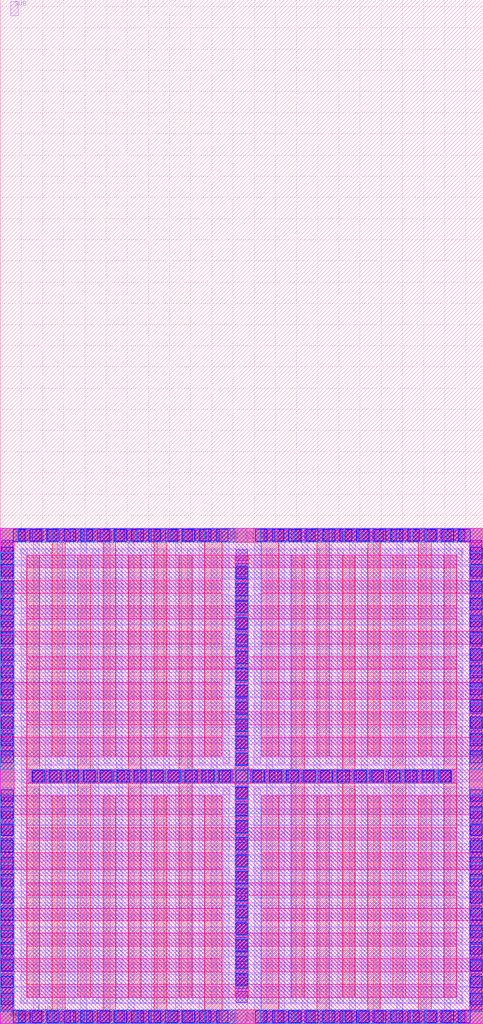
<source format=lef>
# Copyright 2020 The SkyWater PDK Authors
#
# Licensed under the Apache License, Version 2.0 (the "License");
# you may not use this file except in compliance with the License.
# You may obtain a copy of the License at
#
#     https://www.apache.org/licenses/LICENSE-2.0
#
# Unless required by applicable law or agreed to in writing, software
# distributed under the License is distributed on an "AS IS" BASIS,
# WITHOUT WARRANTIES OR CONDITIONS OF ANY KIND, either express or implied.
# See the License for the specific language governing permissions and
# limitations under the License.
#
# SPDX-License-Identifier: Apache-2.0

VERSION 5.7 ;
  NOWIREEXTENSIONATPIN ON ;
  DIVIDERCHAR "/" ;
  BUSBITCHARS "[]" ;
MACRO sky130_fd_pr__cap_vpp_11p5x11p7_l1m1m2m3m4_shieldpom5_x6
  CLASS BLOCK ;
  FOREIGN sky130_fd_pr__cap_vpp_11p5x11p7_l1m1m2m3m4_shieldpom5_x6 ;
  ORIGIN  0.000000  0.000000 ;
  SIZE  11.41000 BY  24.16000 ;
  PIN C0
    PORT
      LAYER met4 ;
        RECT  0.000000  0.000000 11.410000  0.330000 ;
        RECT  0.000000  0.330000  0.330000  1.230000 ;
        RECT  0.000000  1.230000  5.240000  1.530000 ;
        RECT  0.000000  1.530000  0.330000  2.430000 ;
        RECT  0.000000  2.430000  5.240000  2.730000 ;
        RECT  0.000000  2.730000  0.330000  3.630000 ;
        RECT  0.000000  3.630000  5.240000  4.030000 ;
        RECT  0.000000  4.030000  0.330000  4.930000 ;
        RECT  0.000000  4.930000  5.240000  5.380000 ;
        RECT  0.000000  5.380000  0.330000  6.310000 ;
        RECT  0.000000  6.310000  5.240000  6.760000 ;
        RECT  0.000000  6.760000  0.330000  7.660000 ;
        RECT  0.000000  7.660000  5.240000  8.060000 ;
        RECT  0.000000  8.060000  0.330000  8.960000 ;
        RECT  0.000000  8.960000  5.240000  9.260000 ;
        RECT  0.000000  9.260000  0.330000 10.160000 ;
        RECT  0.000000 10.160000  5.240000 10.460000 ;
        RECT  0.000000 10.460000  0.330000 11.360000 ;
        RECT  0.000000 11.360000 11.410000 11.690000 ;
        RECT  6.170000  1.230000 11.410000  1.530000 ;
        RECT  6.170000  2.430000 11.410000  2.730000 ;
        RECT  6.170000  3.630000 11.410000  4.030000 ;
        RECT  6.170000  4.930000 11.410000  5.380000 ;
        RECT  6.170000  6.310000 11.410000  6.760000 ;
        RECT  6.170000  7.660000 11.410000  8.060000 ;
        RECT  6.170000  8.960000 11.410000  9.260000 ;
        RECT  6.170000 10.160000 11.410000 10.460000 ;
        RECT 11.080000  0.330000 11.410000  1.230000 ;
        RECT 11.080000  1.530000 11.410000  2.430000 ;
        RECT 11.080000  2.730000 11.410000  3.630000 ;
        RECT 11.080000  4.030000 11.410000  4.930000 ;
        RECT 11.080000  5.380000 11.410000  6.310000 ;
        RECT 11.080000  6.760000 11.410000  7.660000 ;
        RECT 11.080000  8.060000 11.410000  8.960000 ;
        RECT 11.080000  9.260000 11.410000 10.160000 ;
        RECT 11.080000 10.460000 11.410000 11.360000 ;
    END
  END C0
  PIN C1
    PORT
      LAYER met4 ;
        RECT 0.630000  0.630000 10.780000  0.930000 ;
        RECT 0.630000  1.830000 10.780000  2.130000 ;
        RECT 0.630000  3.030000 10.780000  3.330000 ;
        RECT 0.630000  4.330000 10.780000  4.630000 ;
        RECT 0.630000  5.680000 10.780000  6.010000 ;
        RECT 0.630000  7.060000 10.780000  7.360000 ;
        RECT 0.630000  8.360000 10.780000  8.660000 ;
        RECT 0.630000  9.560000 10.780000  9.860000 ;
        RECT 0.630000 10.760000 10.780000 11.060000 ;
        RECT 5.540000  0.930000  5.870000  1.830000 ;
        RECT 5.540000  2.130000  5.870000  3.030000 ;
        RECT 5.540000  3.330000  5.870000  4.330000 ;
        RECT 5.540000  4.630000  5.870000  5.680000 ;
        RECT 5.540000  6.010000  5.870000  7.060000 ;
        RECT 5.540000  7.360000  5.870000  8.360000 ;
        RECT 5.540000  8.660000  5.870000  9.560000 ;
        RECT 5.540000  9.860000  5.870000 10.760000 ;
    END
  END C1
  PIN M5A
    PORT
      LAYER met5 ;
        RECT 0.000000 0.000000 11.410000 11.690000 ;
    END
  END M5A
  PIN SUB
    ANTENNADIFFAREA  0.168100 ;
    PORT
      LAYER li1 ;
        RECT 0.250000 23.790000 0.420000 24.120000 ;
    END
  END SUB
  OBS
    LAYER li1 ;
      RECT  0.000000  0.000000 11.410000  0.330000 ;
      RECT  0.000000  0.330000  0.330000  0.860000 ;
      RECT  0.000000  0.860000  5.400000  1.030000 ;
      RECT  0.000000  1.030000  0.330000  1.560000 ;
      RECT  0.000000  1.560000  5.400000  1.730000 ;
      RECT  0.000000  1.730000  0.330000  2.260000 ;
      RECT  0.000000  2.260000  5.400000  2.430000 ;
      RECT  0.000000  2.430000  0.330000  2.960000 ;
      RECT  0.000000  2.960000  5.400000  3.130000 ;
      RECT  0.000000  3.130000  0.330000  3.660000 ;
      RECT  0.000000  3.660000  5.400000  3.830000 ;
      RECT  0.000000  3.830000  0.330000  4.360000 ;
      RECT  0.000000  4.360000  5.400000  4.530000 ;
      RECT  0.000000  4.530000  0.330000  5.060000 ;
      RECT  0.000000  5.060000  5.400000  5.230000 ;
      RECT  0.000000  5.230000  0.330000  5.760000 ;
      RECT  0.000000  5.760000  5.400000  5.930000 ;
      RECT  0.000000  5.930000  0.330000  6.460000 ;
      RECT  0.000000  6.460000  5.400000  6.630000 ;
      RECT  0.000000  6.630000  0.330000  7.150000 ;
      RECT  0.000000  7.150000  5.400000  7.330000 ;
      RECT  0.000000  7.330000  0.330000  7.860000 ;
      RECT  0.000000  7.860000  5.400000  8.030000 ;
      RECT  0.000000  8.030000  0.330000  8.560000 ;
      RECT  0.000000  8.560000  5.400000  8.730000 ;
      RECT  0.000000  8.730000  0.330000  9.260000 ;
      RECT  0.000000  9.260000  5.400000  9.430000 ;
      RECT  0.000000  9.430000  0.330000  9.960000 ;
      RECT  0.000000  9.960000  5.400000 10.130000 ;
      RECT  0.000000 10.130000  0.330000 10.660000 ;
      RECT  0.000000 10.660000  5.400000 10.830000 ;
      RECT  0.000000 10.830000  0.330000 11.360000 ;
      RECT  0.000000 11.360000 11.410000 11.690000 ;
      RECT  0.500000  0.500000 10.905000  0.690000 ;
      RECT  0.500000  1.200000 10.905000  1.390000 ;
      RECT  0.500000  1.900000 10.905000  2.090000 ;
      RECT  0.500000  2.600000 10.905000  2.790000 ;
      RECT  0.500000  3.300000 10.905000  3.490000 ;
      RECT  0.500000  4.000000 10.905000  4.190000 ;
      RECT  0.500000  4.700000 10.905000  4.890000 ;
      RECT  0.500000  5.400000 10.905000  5.590000 ;
      RECT  0.500000  6.100000 10.905000  6.290000 ;
      RECT  0.500000  6.800000 10.905000  6.980000 ;
      RECT  0.500000  7.500000 10.905000  7.690000 ;
      RECT  0.500000  8.200000 10.905000  8.390000 ;
      RECT  0.500000  8.900000 10.905000  9.090000 ;
      RECT  0.500000  9.600000 10.905000  9.790000 ;
      RECT  0.500000 10.300000 10.905000 10.490000 ;
      RECT  0.500000 11.000000 10.905000 11.190000 ;
      RECT  5.570000  0.690000  5.840000  1.200000 ;
      RECT  5.570000  1.390000  5.840000  1.900000 ;
      RECT  5.570000  2.090000  5.840000  2.600000 ;
      RECT  5.570000  2.790000  5.840000  3.300000 ;
      RECT  5.570000  3.490000  5.840000  4.000000 ;
      RECT  5.570000  4.190000  5.840000  4.700000 ;
      RECT  5.570000  4.890000  5.840000  5.400000 ;
      RECT  5.570000  5.590000  5.840000  6.100000 ;
      RECT  5.570000  6.290000  5.840000  6.800000 ;
      RECT  5.570000  6.980000 10.905000  6.990000 ;
      RECT  5.570000  6.990000  5.840000  7.500000 ;
      RECT  5.570000  7.690000  5.840000  8.200000 ;
      RECT  5.570000  8.390000  5.840000  8.900000 ;
      RECT  5.570000  9.090000  5.840000  9.600000 ;
      RECT  5.570000  9.790000  5.840000 10.300000 ;
      RECT  5.570000 10.490000  5.840000 11.000000 ;
      RECT  6.010000  0.860000 11.410000  1.030000 ;
      RECT  6.010000  1.560000 11.410000  1.730000 ;
      RECT  6.010000  2.260000 11.410000  2.430000 ;
      RECT  6.010000  2.960000 11.410000  3.130000 ;
      RECT  6.010000  3.660000 11.410000  3.830000 ;
      RECT  6.010000  4.360000 11.410000  4.530000 ;
      RECT  6.010000  5.060000 11.410000  5.230000 ;
      RECT  6.010000  5.760000 11.410000  5.930000 ;
      RECT  6.010000  6.460000 11.410000  6.630000 ;
      RECT  6.010000  7.160000 11.410000  7.330000 ;
      RECT  6.010000  7.860000 11.410000  8.030000 ;
      RECT  6.010000  8.560000 11.410000  8.730000 ;
      RECT  6.010000  9.260000 11.410000  9.430000 ;
      RECT  6.010000  9.960000 11.410000 10.130000 ;
      RECT  6.010000 10.660000 11.410000 10.830000 ;
      RECT 11.080000  0.330000 11.410000  0.860000 ;
      RECT 11.080000  1.030000 11.410000  1.560000 ;
      RECT 11.080000  1.730000 11.410000  2.260000 ;
      RECT 11.080000  2.430000 11.410000  2.960000 ;
      RECT 11.080000  3.130000 11.410000  3.660000 ;
      RECT 11.080000  3.830000 11.410000  4.360000 ;
      RECT 11.080000  4.530000 11.410000  5.060000 ;
      RECT 11.080000  5.230000 11.410000  5.760000 ;
      RECT 11.080000  5.930000 11.410000  6.460000 ;
      RECT 11.080000  6.630000 11.410000  7.160000 ;
      RECT 11.080000  7.330000 11.410000  7.860000 ;
      RECT 11.080000  8.030000 11.410000  8.560000 ;
      RECT 11.080000  8.730000 11.410000  9.260000 ;
      RECT 11.080000  9.430000 11.410000  9.960000 ;
      RECT 11.080000 10.130000 11.410000 10.660000 ;
      RECT 11.080000 10.830000 11.410000 11.360000 ;
    LAYER mcon ;
      RECT  0.080000  0.580000  0.250000  0.750000 ;
      RECT  0.080000  0.940000  0.250000  1.110000 ;
      RECT  0.080000  1.300000  0.250000  1.470000 ;
      RECT  0.080000  1.660000  0.250000  1.830000 ;
      RECT  0.080000  2.020000  0.250000  2.190000 ;
      RECT  0.080000  2.380000  0.250000  2.550000 ;
      RECT  0.080000  2.740000  0.250000  2.910000 ;
      RECT  0.080000  3.100000  0.250000  3.270000 ;
      RECT  0.080000  3.460000  0.250000  3.630000 ;
      RECT  0.080000  3.820000  0.250000  3.990000 ;
      RECT  0.080000  4.180000  0.250000  4.350000 ;
      RECT  0.080000  4.540000  0.250000  4.710000 ;
      RECT  0.080000  4.900000  0.250000  5.070000 ;
      RECT  0.080000  5.260000  0.250000  5.430000 ;
      RECT  0.080000  6.260000  0.250000  6.430000 ;
      RECT  0.080000  6.620000  0.250000  6.790000 ;
      RECT  0.080000  6.980000  0.250000  7.150000 ;
      RECT  0.080000  7.340000  0.250000  7.510000 ;
      RECT  0.080000  7.700000  0.250000  7.870000 ;
      RECT  0.080000  8.060000  0.250000  8.230000 ;
      RECT  0.080000  8.420000  0.250000  8.590000 ;
      RECT  0.080000  8.780000  0.250000  8.950000 ;
      RECT  0.080000  9.140000  0.250000  9.310000 ;
      RECT  0.080000  9.500000  0.250000  9.670000 ;
      RECT  0.080000  9.860000  0.250000 10.030000 ;
      RECT  0.080000 10.220000  0.250000 10.390000 ;
      RECT  0.080000 10.580000  0.250000 10.750000 ;
      RECT  0.080000 10.940000  0.250000 11.110000 ;
      RECT  0.400000  0.080000  0.570000  0.250000 ;
      RECT  0.400000 11.440000  0.570000 11.610000 ;
      RECT  0.760000  0.080000  0.930000  0.250000 ;
      RECT  0.760000 11.440000  0.930000 11.610000 ;
      RECT  1.120000  0.080000  1.290000  0.250000 ;
      RECT  1.120000 11.440000  1.290000 11.610000 ;
      RECT  1.480000  0.080000  1.650000  0.250000 ;
      RECT  1.480000 11.440000  1.650000 11.610000 ;
      RECT  1.840000  0.080000  2.010000  0.250000 ;
      RECT  1.840000 11.440000  2.010000 11.610000 ;
      RECT  2.200000  0.080000  2.370000  0.250000 ;
      RECT  2.200000 11.440000  2.370000 11.610000 ;
      RECT  2.560000  0.080000  2.730000  0.250000 ;
      RECT  2.560000 11.440000  2.730000 11.610000 ;
      RECT  2.920000  0.080000  3.090000  0.250000 ;
      RECT  2.920000 11.440000  3.090000 11.610000 ;
      RECT  3.280000  0.080000  3.450000  0.250000 ;
      RECT  3.280000 11.440000  3.450000 11.610000 ;
      RECT  3.640000  0.080000  3.810000  0.250000 ;
      RECT  3.640000 11.440000  3.810000 11.610000 ;
      RECT  4.000000  0.080000  4.170000  0.250000 ;
      RECT  4.000000 11.440000  4.170000 11.610000 ;
      RECT  4.360000  0.080000  4.530000  0.250000 ;
      RECT  4.360000 11.440000  4.530000 11.610000 ;
      RECT  4.720000  0.080000  4.890000  0.250000 ;
      RECT  4.720000 11.440000  4.890000 11.610000 ;
      RECT  5.080000  0.080000  5.250000  0.250000 ;
      RECT  5.080000 11.440000  5.250000 11.610000 ;
      RECT  5.440000  0.080000  5.610000  0.250000 ;
      RECT  5.440000 11.440000  5.610000 11.610000 ;
      RECT  5.620000  0.590000  5.790000  0.760000 ;
      RECT  5.620000  0.950000  5.790000  1.120000 ;
      RECT  5.620000  1.310000  5.790000  1.480000 ;
      RECT  5.620000  1.670000  5.790000  1.840000 ;
      RECT  5.620000  2.030000  5.790000  2.200000 ;
      RECT  5.620000  2.390000  5.790000  2.560000 ;
      RECT  5.620000  2.750000  5.790000  2.920000 ;
      RECT  5.620000  3.110000  5.790000  3.280000 ;
      RECT  5.620000  3.470000  5.790000  3.640000 ;
      RECT  5.620000  3.830000  5.790000  4.000000 ;
      RECT  5.620000  4.190000  5.790000  4.360000 ;
      RECT  5.620000  4.550000  5.790000  4.720000 ;
      RECT  5.620000  4.910000  5.790000  5.080000 ;
      RECT  5.620000  5.270000  5.790000  5.440000 ;
      RECT  5.620000  6.250000  5.790000  6.420000 ;
      RECT  5.620000  6.610000  5.790000  6.780000 ;
      RECT  5.620000  6.970000  5.790000  7.140000 ;
      RECT  5.620000  7.330000  5.790000  7.500000 ;
      RECT  5.620000  7.690000  5.790000  7.860000 ;
      RECT  5.620000  8.050000  5.790000  8.220000 ;
      RECT  5.620000  8.410000  5.790000  8.580000 ;
      RECT  5.620000  8.770000  5.790000  8.940000 ;
      RECT  5.620000  9.130000  5.790000  9.300000 ;
      RECT  5.620000  9.490000  5.790000  9.660000 ;
      RECT  5.620000  9.850000  5.790000 10.020000 ;
      RECT  5.620000 10.210000  5.790000 10.380000 ;
      RECT  5.620000 10.570000  5.790000 10.740000 ;
      RECT  5.620000 10.930000  5.790000 11.100000 ;
      RECT  5.800000  0.080000  5.970000  0.250000 ;
      RECT  5.800000 11.440000  5.970000 11.610000 ;
      RECT  6.160000  0.080000  6.330000  0.250000 ;
      RECT  6.160000 11.440000  6.330000 11.610000 ;
      RECT  6.520000  0.080000  6.690000  0.250000 ;
      RECT  6.520000 11.440000  6.690000 11.610000 ;
      RECT  6.880000  0.080000  7.050000  0.250000 ;
      RECT  6.880000 11.440000  7.050000 11.610000 ;
      RECT  7.240000  0.080000  7.410000  0.250000 ;
      RECT  7.240000 11.440000  7.410000 11.610000 ;
      RECT  7.600000  0.080000  7.770000  0.250000 ;
      RECT  7.600000 11.440000  7.770000 11.610000 ;
      RECT  7.960000  0.080000  8.130000  0.250000 ;
      RECT  7.960000 11.440000  8.130000 11.610000 ;
      RECT  8.320000  0.080000  8.490000  0.250000 ;
      RECT  8.320000 11.440000  8.490000 11.610000 ;
      RECT  8.680000  0.080000  8.850000  0.250000 ;
      RECT  8.680000 11.440000  8.850000 11.610000 ;
      RECT  9.040000  0.080000  9.210000  0.250000 ;
      RECT  9.040000 11.440000  9.210000 11.610000 ;
      RECT  9.400000  0.080000  9.570000  0.250000 ;
      RECT  9.400000 11.440000  9.570000 11.610000 ;
      RECT  9.760000  0.080000  9.930000  0.250000 ;
      RECT  9.760000 11.440000  9.930000 11.610000 ;
      RECT 10.120000  0.080000 10.290000  0.250000 ;
      RECT 10.120000 11.440000 10.290000 11.610000 ;
      RECT 10.480000  0.080000 10.650000  0.250000 ;
      RECT 10.480000 11.440000 10.650000 11.610000 ;
      RECT 10.840000  0.080000 11.010000  0.250000 ;
      RECT 10.840000 11.440000 11.010000 11.610000 ;
      RECT 11.160000  0.580000 11.330000  0.750000 ;
      RECT 11.160000  0.940000 11.330000  1.110000 ;
      RECT 11.160000  1.300000 11.330000  1.470000 ;
      RECT 11.160000  1.660000 11.330000  1.830000 ;
      RECT 11.160000  2.020000 11.330000  2.190000 ;
      RECT 11.160000  2.380000 11.330000  2.550000 ;
      RECT 11.160000  2.740000 11.330000  2.910000 ;
      RECT 11.160000  3.100000 11.330000  3.270000 ;
      RECT 11.160000  3.460000 11.330000  3.630000 ;
      RECT 11.160000  3.820000 11.330000  3.990000 ;
      RECT 11.160000  4.180000 11.330000  4.350000 ;
      RECT 11.160000  4.540000 11.330000  4.710000 ;
      RECT 11.160000  4.900000 11.330000  5.070000 ;
      RECT 11.160000  5.260000 11.330000  5.430000 ;
      RECT 11.160000  6.260000 11.330000  6.430000 ;
      RECT 11.160000  6.620000 11.330000  6.790000 ;
      RECT 11.160000  6.980000 11.330000  7.150000 ;
      RECT 11.160000  7.340000 11.330000  7.510000 ;
      RECT 11.160000  7.700000 11.330000  7.870000 ;
      RECT 11.160000  8.060000 11.330000  8.230000 ;
      RECT 11.160000  8.420000 11.330000  8.590000 ;
      RECT 11.160000  8.780000 11.330000  8.950000 ;
      RECT 11.160000  9.140000 11.330000  9.310000 ;
      RECT 11.160000  9.500000 11.330000  9.670000 ;
      RECT 11.160000  9.860000 11.330000 10.030000 ;
      RECT 11.160000 10.220000 11.330000 10.390000 ;
      RECT 11.160000 10.580000 11.330000 10.750000 ;
      RECT 11.160000 10.940000 11.330000 11.110000 ;
    LAYER met1 ;
      RECT  0.000000  0.000000 11.410000  0.330000 ;
      RECT  0.000000  0.330000  0.330000 11.360000 ;
      RECT  0.000000 11.360000 11.410000 11.690000 ;
      RECT  0.500000  0.470000  0.640000  5.685000 ;
      RECT  0.500000  5.685000 10.910000  6.005000 ;
      RECT  0.500000  6.005000  0.640000 11.220000 ;
      RECT  0.780000  0.330000  0.920000  5.545000 ;
      RECT  0.780000  6.145000  0.920000 11.360000 ;
      RECT  1.060000  0.470000  1.200000  5.685000 ;
      RECT  1.060000  6.005000  1.200000 11.220000 ;
      RECT  1.340000  0.330000  1.480000  5.545000 ;
      RECT  1.340000  6.145000  1.480000 11.360000 ;
      RECT  1.620000  0.470000  1.760000  5.685000 ;
      RECT  1.620000  6.005000  1.760000 11.220000 ;
      RECT  1.900000  0.330000  2.040000  5.545000 ;
      RECT  1.900000  6.145000  2.040000 11.360000 ;
      RECT  2.180000  0.470000  2.320000  5.685000 ;
      RECT  2.180000  6.005000  2.320000 11.220000 ;
      RECT  2.460000  0.330000  2.600000  5.545000 ;
      RECT  2.460000  6.145000  2.600000 11.360000 ;
      RECT  2.740000  0.470000  2.880000  5.685000 ;
      RECT  2.740000  6.005000  2.880000 11.220000 ;
      RECT  3.020000  0.330000  3.160000  5.545000 ;
      RECT  3.020000  6.145000  3.160000 11.360000 ;
      RECT  3.300000  0.470000  3.440000  5.685000 ;
      RECT  3.300000  6.005000  3.440000 11.220000 ;
      RECT  3.580000  0.330000  3.720000  5.545000 ;
      RECT  3.580000  6.145000  3.720000 11.360000 ;
      RECT  3.860000  0.470000  4.000000  5.685000 ;
      RECT  3.860000  6.005000  4.000000 11.220000 ;
      RECT  4.140000  0.330000  4.280000  5.545000 ;
      RECT  4.140000  6.145000  4.280000 11.360000 ;
      RECT  4.420000  0.470000  4.560000  5.685000 ;
      RECT  4.420000  6.005000  4.560000 11.220000 ;
      RECT  4.700000  0.330000  4.840000  5.545000 ;
      RECT  4.700000  6.145000  4.840000 11.360000 ;
      RECT  4.980000  0.470000  5.120000  5.685000 ;
      RECT  4.980000  6.005000  5.120000 11.220000 ;
      RECT  5.260000  0.330000  5.400000  5.545000 ;
      RECT  5.260000  6.145000  5.400000 11.360000 ;
      RECT  5.570000  0.470000  5.840000  5.685000 ;
      RECT  5.570000  6.005000  5.840000 11.220000 ;
      RECT  6.010000  0.330000  6.150000  5.545000 ;
      RECT  6.010000  6.145000  6.150000 11.360000 ;
      RECT  6.290000  0.470000  6.430000  5.685000 ;
      RECT  6.290000  6.005000  6.430000 11.220000 ;
      RECT  6.570000  0.330000  6.710000  5.545000 ;
      RECT  6.570000  6.145000  6.710000 11.360000 ;
      RECT  6.850000  0.470000  6.990000  5.685000 ;
      RECT  6.850000  6.005000  6.990000 11.220000 ;
      RECT  7.130000  0.330000  7.270000  5.545000 ;
      RECT  7.130000  6.145000  7.270000 11.360000 ;
      RECT  7.410000  0.470000  7.550000  5.685000 ;
      RECT  7.410000  6.005000  7.550000 11.220000 ;
      RECT  7.690000  0.330000  7.830000  5.545000 ;
      RECT  7.690000  6.145000  7.830000 11.360000 ;
      RECT  7.970000  0.470000  8.110000  5.685000 ;
      RECT  7.970000  6.005000  8.110000 11.220000 ;
      RECT  8.250000  0.330000  8.390000  5.545000 ;
      RECT  8.250000  6.145000  8.390000 11.360000 ;
      RECT  8.530000  0.470000  8.670000  5.685000 ;
      RECT  8.530000  6.005000  8.670000 11.220000 ;
      RECT  8.810000  0.330000  8.950000  5.545000 ;
      RECT  8.810000  6.145000  8.950000 11.360000 ;
      RECT  9.090000  0.470000  9.230000  5.685000 ;
      RECT  9.090000  6.005000  9.230000 11.220000 ;
      RECT  9.370000  0.330000  9.510000  5.545000 ;
      RECT  9.370000  6.145000  9.510000 11.360000 ;
      RECT  9.650000  0.470000  9.790000  5.685000 ;
      RECT  9.650000  6.005000  9.790000 11.220000 ;
      RECT  9.930000  0.330000 10.070000  5.545000 ;
      RECT  9.930000  6.145000 10.070000 11.360000 ;
      RECT 10.210000  0.470000 10.350000  5.685000 ;
      RECT 10.210000  6.005000 10.350000 11.220000 ;
      RECT 10.490000  0.330000 10.630000  5.545000 ;
      RECT 10.490000  6.145000 10.630000 11.360000 ;
      RECT 10.770000  0.470000 10.910000  5.685000 ;
      RECT 10.770000  6.005000 10.910000 11.220000 ;
      RECT 11.080000  0.330000 11.410000 11.360000 ;
    LAYER met2 ;
      RECT  0.000000  0.000000  5.430000  0.330000 ;
      RECT  0.000000  0.330000  0.330000  0.750000 ;
      RECT  0.000000  0.750000  5.425000  0.890000 ;
      RECT  0.000000  0.890000  0.330000  1.310000 ;
      RECT  0.000000  1.310000  5.425000  1.450000 ;
      RECT  0.000000  1.450000  0.330000  1.870000 ;
      RECT  0.000000  1.870000  5.425000  2.010000 ;
      RECT  0.000000  2.010000  0.330000  2.430000 ;
      RECT  0.000000  2.430000  5.425000  2.570000 ;
      RECT  0.000000  2.570000  0.330000  2.990000 ;
      RECT  0.000000  2.990000  5.425000  3.130000 ;
      RECT  0.000000  3.130000  0.330000  3.550000 ;
      RECT  0.000000  3.550000  5.425000  3.690000 ;
      RECT  0.000000  3.690000  0.330000  4.110000 ;
      RECT  0.000000  4.110000  5.425000  4.250000 ;
      RECT  0.000000  4.250000  0.330000  4.670000 ;
      RECT  0.000000  4.670000  5.425000  4.810000 ;
      RECT  0.000000  4.810000  0.330000  5.230000 ;
      RECT  0.000000  5.230000  5.425000  5.565000 ;
      RECT  0.000000  5.565000  0.330000  5.570000 ;
      RECT  0.000000  5.710000 11.410000  5.980000 ;
      RECT  0.000000  6.120000  0.330000  6.125000 ;
      RECT  0.000000  6.125000  5.425000  6.460000 ;
      RECT  0.000000  6.460000  0.330000  6.880000 ;
      RECT  0.000000  6.880000  5.425000  7.020000 ;
      RECT  0.000000  7.020000  0.330000  7.440000 ;
      RECT  0.000000  7.440000  5.425000  7.580000 ;
      RECT  0.000000  7.580000  0.330000  8.000000 ;
      RECT  0.000000  8.000000  5.425000  8.140000 ;
      RECT  0.000000  8.140000  0.330000  8.560000 ;
      RECT  0.000000  8.560000  5.425000  8.700000 ;
      RECT  0.000000  8.700000  0.330000  9.120000 ;
      RECT  0.000000  9.120000  5.425000  9.260000 ;
      RECT  0.000000  9.260000  0.330000  9.680000 ;
      RECT  0.000000  9.680000  5.425000  9.820000 ;
      RECT  0.000000  9.820000  0.330000 10.240000 ;
      RECT  0.000000 10.240000  5.425000 10.380000 ;
      RECT  0.000000 10.380000  0.330000 10.800000 ;
      RECT  0.000000 10.800000  5.425000 10.940000 ;
      RECT  0.000000 10.940000  0.330000 11.360000 ;
      RECT  0.000000 11.360000  5.430000 11.690000 ;
      RECT  0.370000  5.705000 11.040000  5.710000 ;
      RECT  0.370000  5.980000 11.040000  5.985000 ;
      RECT  0.470000  0.470000 10.940000  0.610000 ;
      RECT  0.470000  1.030000 10.940000  1.170000 ;
      RECT  0.470000  1.590000 10.940000  1.730000 ;
      RECT  0.470000  2.150000 10.940000  2.290000 ;
      RECT  0.470000  2.710000 10.940000  2.850000 ;
      RECT  0.470000  3.270000 10.940000  3.410000 ;
      RECT  0.470000  3.830000 10.940000  3.970000 ;
      RECT  0.470000  4.390000 10.940000  4.530000 ;
      RECT  0.470000  4.950000 10.940000  5.090000 ;
      RECT  0.470000  6.600000 10.940000  6.740000 ;
      RECT  0.470000  7.160000 10.940000  7.300000 ;
      RECT  0.470000  7.720000 10.940000  7.860000 ;
      RECT  0.470000  8.280000 10.940000  8.420000 ;
      RECT  0.470000  8.840000 10.940000  8.980000 ;
      RECT  0.470000  9.400000 10.940000  9.540000 ;
      RECT  0.470000  9.960000 10.940000 10.100000 ;
      RECT  0.470000 10.520000 10.940000 10.660000 ;
      RECT  0.470000 11.080000 10.940000 11.220000 ;
      RECT  5.565000  0.610000  5.845000  1.030000 ;
      RECT  5.565000  1.170000  5.845000  1.590000 ;
      RECT  5.565000  1.730000  5.845000  2.150000 ;
      RECT  5.565000  2.290000  5.845000  2.710000 ;
      RECT  5.565000  2.850000  5.845000  3.270000 ;
      RECT  5.565000  3.410000  5.845000  3.830000 ;
      RECT  5.565000  3.970000  5.845000  4.390000 ;
      RECT  5.565000  4.530000  5.845000  4.950000 ;
      RECT  5.565000  5.090000  5.845000  5.705000 ;
      RECT  5.565000  5.985000  5.845000  6.600000 ;
      RECT  5.565000  6.740000  5.845000  7.160000 ;
      RECT  5.565000  7.300000  5.845000  7.720000 ;
      RECT  5.565000  7.860000  5.845000  8.280000 ;
      RECT  5.565000  8.420000  5.845000  8.840000 ;
      RECT  5.565000  8.980000  5.845000  9.400000 ;
      RECT  5.565000  9.540000  5.845000  9.960000 ;
      RECT  5.565000 10.100000  5.845000 10.520000 ;
      RECT  5.565000 10.660000  5.845000 11.080000 ;
      RECT  5.570000  0.000000  5.840000  0.470000 ;
      RECT  5.570000 11.220000  5.840000 11.690000 ;
      RECT  5.980000  0.000000 11.410000  0.330000 ;
      RECT  5.980000 11.360000 11.410000 11.690000 ;
      RECT  5.985000  0.750000 11.410000  0.890000 ;
      RECT  5.985000  1.310000 11.410000  1.450000 ;
      RECT  5.985000  1.870000 11.410000  2.010000 ;
      RECT  5.985000  2.430000 11.410000  2.570000 ;
      RECT  5.985000  2.990000 11.410000  3.130000 ;
      RECT  5.985000  3.550000 11.410000  3.690000 ;
      RECT  5.985000  4.110000 11.410000  4.250000 ;
      RECT  5.985000  4.670000 11.410000  4.810000 ;
      RECT  5.985000  5.230000 11.410000  5.565000 ;
      RECT  5.985000  6.125000 11.410000  6.460000 ;
      RECT  5.985000  6.880000 11.410000  7.020000 ;
      RECT  5.985000  7.440000 11.410000  7.580000 ;
      RECT  5.985000  8.000000 11.410000  8.140000 ;
      RECT  5.985000  8.560000 11.410000  8.700000 ;
      RECT  5.985000  9.120000 11.410000  9.260000 ;
      RECT  5.985000  9.680000 11.410000  9.820000 ;
      RECT  5.985000 10.240000 11.410000 10.380000 ;
      RECT  5.985000 10.800000 11.410000 10.940000 ;
      RECT 11.080000  0.330000 11.410000  0.750000 ;
      RECT 11.080000  0.890000 11.410000  1.310000 ;
      RECT 11.080000  1.450000 11.410000  1.870000 ;
      RECT 11.080000  2.010000 11.410000  2.430000 ;
      RECT 11.080000  2.570000 11.410000  2.990000 ;
      RECT 11.080000  3.130000 11.410000  3.550000 ;
      RECT 11.080000  3.690000 11.410000  4.110000 ;
      RECT 11.080000  4.250000 11.410000  4.670000 ;
      RECT 11.080000  4.810000 11.410000  5.230000 ;
      RECT 11.080000  5.565000 11.410000  5.570000 ;
      RECT 11.080000  6.120000 11.410000  6.125000 ;
      RECT 11.080000  6.460000 11.410000  6.880000 ;
      RECT 11.080000  7.020000 11.410000  7.440000 ;
      RECT 11.080000  7.580000 11.410000  8.000000 ;
      RECT 11.080000  8.140000 11.410000  8.560000 ;
      RECT 11.080000  8.700000 11.410000  9.120000 ;
      RECT 11.080000  9.260000 11.410000  9.680000 ;
      RECT 11.080000  9.820000 11.410000 10.240000 ;
      RECT 11.080000 10.380000 11.410000 10.800000 ;
      RECT 11.080000 10.940000 11.410000 11.360000 ;
    LAYER met3 ;
      RECT  0.000000  0.000000 11.410000  0.330000 ;
      RECT  0.000000  0.330000  0.330000 11.360000 ;
      RECT  0.000000 11.360000 11.410000 11.690000 ;
      RECT  0.630000  0.630000  0.930000  5.680000 ;
      RECT  0.630000  5.680000 10.780000  6.010000 ;
      RECT  0.630000  6.010000  0.930000 11.060000 ;
      RECT  1.230000  0.330000  1.530000  5.380000 ;
      RECT  1.230000  6.310000  1.530000 11.360000 ;
      RECT  1.830000  0.630000  2.130000  5.680000 ;
      RECT  1.830000  6.010000  2.130000 11.060000 ;
      RECT  2.430000  0.330000  2.730000  5.380000 ;
      RECT  2.430000  6.310000  2.730000 11.360000 ;
      RECT  3.030000  0.630000  3.330000  5.680000 ;
      RECT  3.030000  6.010000  3.330000 11.060000 ;
      RECT  3.630000  0.330000  3.930000  5.380000 ;
      RECT  3.630000  6.310000  3.930000 11.360000 ;
      RECT  4.230000  0.630000  4.530000  5.680000 ;
      RECT  4.230000  6.010000  4.530000 11.060000 ;
      RECT  4.830000  0.330000  5.240000  5.380000 ;
      RECT  4.830000  6.310000  5.240000 11.360000 ;
      RECT  5.540000  0.630000  5.870000  5.680000 ;
      RECT  5.540000  6.010000  5.870000 11.060000 ;
      RECT  6.170000  0.330000  6.580000  5.380000 ;
      RECT  6.170000  6.310000  6.580000 11.360000 ;
      RECT  6.880000  0.630000  7.180000  5.680000 ;
      RECT  6.880000  6.010000  7.180000 11.060000 ;
      RECT  7.480000  0.330000  7.780000  5.380000 ;
      RECT  7.480000  6.310000  7.780000 11.360000 ;
      RECT  8.080000  0.630000  8.380000  5.680000 ;
      RECT  8.080000  6.010000  8.380000 11.060000 ;
      RECT  8.680000  0.330000  8.980000  5.380000 ;
      RECT  8.680000  6.310000  8.980000 11.360000 ;
      RECT  9.280000  0.630000  9.580000  5.680000 ;
      RECT  9.280000  6.010000  9.580000 11.060000 ;
      RECT  9.880000  0.330000 10.180000  5.380000 ;
      RECT  9.880000  6.310000 10.180000 11.360000 ;
      RECT 10.480000  0.630000 10.780000  5.680000 ;
      RECT 10.480000  6.010000 10.780000 11.060000 ;
      RECT 11.080000  0.330000 11.410000 11.360000 ;
    LAYER via ;
      RECT  0.035000  0.280000  0.295000  0.540000 ;
      RECT  0.035000  0.600000  0.295000  0.860000 ;
      RECT  0.035000  0.920000  0.295000  1.180000 ;
      RECT  0.035000  1.240000  0.295000  1.500000 ;
      RECT  0.035000  1.560000  0.295000  1.820000 ;
      RECT  0.035000  1.880000  0.295000  2.140000 ;
      RECT  0.035000  2.200000  0.295000  2.460000 ;
      RECT  0.035000  2.520000  0.295000  2.780000 ;
      RECT  0.035000  2.840000  0.295000  3.100000 ;
      RECT  0.035000  3.160000  0.295000  3.420000 ;
      RECT  0.035000  3.480000  0.295000  3.740000 ;
      RECT  0.035000  3.800000  0.295000  4.060000 ;
      RECT  0.035000  4.120000  0.295000  4.380000 ;
      RECT  0.035000  4.440000  0.295000  4.700000 ;
      RECT  0.035000  4.760000  0.295000  5.020000 ;
      RECT  0.035000  5.080000  0.295000  5.340000 ;
      RECT  0.035000  6.350000  0.295000  6.610000 ;
      RECT  0.035000  6.670000  0.295000  6.930000 ;
      RECT  0.035000  6.990000  0.295000  7.250000 ;
      RECT  0.035000  7.310000  0.295000  7.570000 ;
      RECT  0.035000  7.630000  0.295000  7.890000 ;
      RECT  0.035000  7.950000  0.295000  8.210000 ;
      RECT  0.035000  8.270000  0.295000  8.530000 ;
      RECT  0.035000  8.590000  0.295000  8.850000 ;
      RECT  0.035000  8.910000  0.295000  9.170000 ;
      RECT  0.035000  9.230000  0.295000  9.490000 ;
      RECT  0.035000  9.550000  0.295000  9.810000 ;
      RECT  0.035000  9.870000  0.295000 10.130000 ;
      RECT  0.035000 10.190000  0.295000 10.450000 ;
      RECT  0.035000 10.510000  0.295000 10.770000 ;
      RECT  0.035000 10.830000  0.295000 11.090000 ;
      RECT  0.035000 11.150000  0.295000 11.410000 ;
      RECT  0.440000  0.035000  0.700000  0.295000 ;
      RECT  0.440000 11.395000  0.700000 11.655000 ;
      RECT  0.760000  0.035000  1.020000  0.295000 ;
      RECT  0.760000  5.715000  1.020000  5.975000 ;
      RECT  0.760000 11.395000  1.020000 11.655000 ;
      RECT  1.080000  0.035000  1.340000  0.295000 ;
      RECT  1.080000  5.715000  1.340000  5.975000 ;
      RECT  1.080000 11.395000  1.340000 11.655000 ;
      RECT  1.400000  0.035000  1.660000  0.295000 ;
      RECT  1.400000  5.715000  1.660000  5.975000 ;
      RECT  1.400000 11.395000  1.660000 11.655000 ;
      RECT  1.720000  0.035000  1.980000  0.295000 ;
      RECT  1.720000  5.715000  1.980000  5.975000 ;
      RECT  1.720000 11.395000  1.980000 11.655000 ;
      RECT  2.040000  0.035000  2.300000  0.295000 ;
      RECT  2.040000  5.715000  2.300000  5.975000 ;
      RECT  2.040000 11.395000  2.300000 11.655000 ;
      RECT  2.360000  0.035000  2.620000  0.295000 ;
      RECT  2.360000  5.715000  2.620000  5.975000 ;
      RECT  2.360000 11.395000  2.620000 11.655000 ;
      RECT  2.680000  0.035000  2.940000  0.295000 ;
      RECT  2.680000  5.715000  2.940000  5.975000 ;
      RECT  2.680000 11.395000  2.940000 11.655000 ;
      RECT  3.000000  0.035000  3.260000  0.295000 ;
      RECT  3.000000  5.715000  3.260000  5.975000 ;
      RECT  3.000000 11.395000  3.260000 11.655000 ;
      RECT  3.320000  0.035000  3.580000  0.295000 ;
      RECT  3.320000  5.715000  3.580000  5.975000 ;
      RECT  3.320000 11.395000  3.580000 11.655000 ;
      RECT  3.640000  0.035000  3.900000  0.295000 ;
      RECT  3.640000  5.715000  3.900000  5.975000 ;
      RECT  3.640000 11.395000  3.900000 11.655000 ;
      RECT  3.960000  0.035000  4.220000  0.295000 ;
      RECT  3.960000  5.715000  4.220000  5.975000 ;
      RECT  3.960000 11.395000  4.220000 11.655000 ;
      RECT  4.280000  0.035000  4.540000  0.295000 ;
      RECT  4.280000  5.715000  4.540000  5.975000 ;
      RECT  4.280000 11.395000  4.540000 11.655000 ;
      RECT  4.600000  0.035000  4.860000  0.295000 ;
      RECT  4.600000  5.715000  4.860000  5.975000 ;
      RECT  4.600000 11.395000  4.860000 11.655000 ;
      RECT  4.920000  0.035000  5.180000  0.295000 ;
      RECT  4.920000  5.715000  5.180000  5.975000 ;
      RECT  4.920000 11.395000  5.180000 11.655000 ;
      RECT  5.240000  5.715000  5.500000  5.975000 ;
      RECT  5.575000  0.505000  5.835000  0.765000 ;
      RECT  5.575000  0.825000  5.835000  1.085000 ;
      RECT  5.575000  1.145000  5.835000  1.405000 ;
      RECT  5.575000  1.465000  5.835000  1.725000 ;
      RECT  5.575000  1.785000  5.835000  2.045000 ;
      RECT  5.575000  2.105000  5.835000  2.365000 ;
      RECT  5.575000  2.425000  5.835000  2.685000 ;
      RECT  5.575000  2.745000  5.835000  3.005000 ;
      RECT  5.575000  3.065000  5.835000  3.325000 ;
      RECT  5.575000  3.385000  5.835000  3.645000 ;
      RECT  5.575000  3.705000  5.835000  3.965000 ;
      RECT  5.575000  4.025000  5.835000  4.285000 ;
      RECT  5.575000  4.345000  5.835000  4.605000 ;
      RECT  5.575000  4.665000  5.835000  4.925000 ;
      RECT  5.575000  4.985000  5.835000  5.245000 ;
      RECT  5.575000  5.305000  5.835000  5.565000 ;
      RECT  5.575000  6.125000  5.835000  6.385000 ;
      RECT  5.575000  6.445000  5.835000  6.705000 ;
      RECT  5.575000  6.765000  5.835000  7.025000 ;
      RECT  5.575000  7.085000  5.835000  7.345000 ;
      RECT  5.575000  7.405000  5.835000  7.665000 ;
      RECT  5.575000  7.725000  5.835000  7.985000 ;
      RECT  5.575000  8.045000  5.835000  8.305000 ;
      RECT  5.575000  8.365000  5.835000  8.625000 ;
      RECT  5.575000  8.685000  5.835000  8.945000 ;
      RECT  5.575000  9.005000  5.835000  9.265000 ;
      RECT  5.575000  9.325000  5.835000  9.585000 ;
      RECT  5.575000  9.645000  5.835000  9.905000 ;
      RECT  5.575000  9.965000  5.835000 10.225000 ;
      RECT  5.575000 10.285000  5.835000 10.545000 ;
      RECT  5.575000 10.605000  5.835000 10.865000 ;
      RECT  5.575000 10.925000  5.835000 11.185000 ;
      RECT  5.910000  5.715000  6.170000  5.975000 ;
      RECT  6.230000  0.035000  6.490000  0.295000 ;
      RECT  6.230000  5.715000  6.490000  5.975000 ;
      RECT  6.230000 11.395000  6.490000 11.655000 ;
      RECT  6.550000  0.035000  6.810000  0.295000 ;
      RECT  6.550000  5.715000  6.810000  5.975000 ;
      RECT  6.550000 11.395000  6.810000 11.655000 ;
      RECT  6.870000  0.035000  7.130000  0.295000 ;
      RECT  6.870000  5.715000  7.130000  5.975000 ;
      RECT  6.870000 11.395000  7.130000 11.655000 ;
      RECT  7.190000  0.035000  7.450000  0.295000 ;
      RECT  7.190000  5.715000  7.450000  5.975000 ;
      RECT  7.190000 11.395000  7.450000 11.655000 ;
      RECT  7.510000  0.035000  7.770000  0.295000 ;
      RECT  7.510000  5.715000  7.770000  5.975000 ;
      RECT  7.510000 11.395000  7.770000 11.655000 ;
      RECT  7.830000  0.035000  8.090000  0.295000 ;
      RECT  7.830000  5.715000  8.090000  5.975000 ;
      RECT  7.830000 11.395000  8.090000 11.655000 ;
      RECT  8.150000  0.035000  8.410000  0.295000 ;
      RECT  8.150000  5.715000  8.410000  5.975000 ;
      RECT  8.150000 11.395000  8.410000 11.655000 ;
      RECT  8.470000  0.035000  8.730000  0.295000 ;
      RECT  8.470000  5.715000  8.730000  5.975000 ;
      RECT  8.470000 11.395000  8.730000 11.655000 ;
      RECT  8.790000  0.035000  9.050000  0.295000 ;
      RECT  8.790000  5.715000  9.050000  5.975000 ;
      RECT  8.790000 11.395000  9.050000 11.655000 ;
      RECT  9.110000  0.035000  9.370000  0.295000 ;
      RECT  9.110000  5.715000  9.370000  5.975000 ;
      RECT  9.110000 11.395000  9.370000 11.655000 ;
      RECT  9.430000  0.035000  9.690000  0.295000 ;
      RECT  9.430000  5.715000  9.690000  5.975000 ;
      RECT  9.430000 11.395000  9.690000 11.655000 ;
      RECT  9.750000  0.035000 10.010000  0.295000 ;
      RECT  9.750000  5.715000 10.010000  5.975000 ;
      RECT  9.750000 11.395000 10.010000 11.655000 ;
      RECT 10.070000  0.035000 10.330000  0.295000 ;
      RECT 10.070000  5.715000 10.330000  5.975000 ;
      RECT 10.070000 11.395000 10.330000 11.655000 ;
      RECT 10.390000  0.035000 10.650000  0.295000 ;
      RECT 10.390000  5.715000 10.650000  5.975000 ;
      RECT 10.390000 11.395000 10.650000 11.655000 ;
      RECT 10.710000  0.035000 10.970000  0.295000 ;
      RECT 10.710000 11.395000 10.970000 11.655000 ;
      RECT 11.115000  0.280000 11.375000  0.540000 ;
      RECT 11.115000  0.600000 11.375000  0.860000 ;
      RECT 11.115000  0.920000 11.375000  1.180000 ;
      RECT 11.115000  1.240000 11.375000  1.500000 ;
      RECT 11.115000  1.560000 11.375000  1.820000 ;
      RECT 11.115000  1.880000 11.375000  2.140000 ;
      RECT 11.115000  2.200000 11.375000  2.460000 ;
      RECT 11.115000  2.520000 11.375000  2.780000 ;
      RECT 11.115000  2.840000 11.375000  3.100000 ;
      RECT 11.115000  3.160000 11.375000  3.420000 ;
      RECT 11.115000  3.480000 11.375000  3.740000 ;
      RECT 11.115000  3.800000 11.375000  4.060000 ;
      RECT 11.115000  4.120000 11.375000  4.380000 ;
      RECT 11.115000  4.440000 11.375000  4.700000 ;
      RECT 11.115000  4.760000 11.375000  5.020000 ;
      RECT 11.115000  5.080000 11.375000  5.340000 ;
      RECT 11.115000  6.350000 11.375000  6.610000 ;
      RECT 11.115000  6.670000 11.375000  6.930000 ;
      RECT 11.115000  6.990000 11.375000  7.250000 ;
      RECT 11.115000  7.310000 11.375000  7.570000 ;
      RECT 11.115000  7.630000 11.375000  7.890000 ;
      RECT 11.115000  7.950000 11.375000  8.210000 ;
      RECT 11.115000  8.270000 11.375000  8.530000 ;
      RECT 11.115000  8.590000 11.375000  8.850000 ;
      RECT 11.115000  8.910000 11.375000  9.170000 ;
      RECT 11.115000  9.230000 11.375000  9.490000 ;
      RECT 11.115000  9.550000 11.375000  9.810000 ;
      RECT 11.115000  9.870000 11.375000 10.130000 ;
      RECT 11.115000 10.190000 11.375000 10.450000 ;
      RECT 11.115000 10.510000 11.375000 10.770000 ;
      RECT 11.115000 10.830000 11.375000 11.090000 ;
      RECT 11.115000 11.150000 11.375000 11.410000 ;
    LAYER via2 ;
      RECT  0.025000  0.445000  0.305000  0.725000 ;
      RECT  0.025000  0.845000  0.305000  1.125000 ;
      RECT  0.025000  1.245000  0.305000  1.525000 ;
      RECT  0.025000  1.645000  0.305000  1.925000 ;
      RECT  0.025000  2.045000  0.305000  2.325000 ;
      RECT  0.025000  2.445000  0.305000  2.725000 ;
      RECT  0.025000  2.845000  0.305000  3.125000 ;
      RECT  0.025000  3.245000  0.305000  3.525000 ;
      RECT  0.025000  3.645000  0.305000  3.925000 ;
      RECT  0.025000  4.045000  0.305000  4.325000 ;
      RECT  0.025000  4.445000  0.305000  4.725000 ;
      RECT  0.025000  4.845000  0.305000  5.125000 ;
      RECT  0.025000  5.245000  0.305000  5.525000 ;
      RECT  0.025000  6.165000  0.305000  6.445000 ;
      RECT  0.025000  6.565000  0.305000  6.845000 ;
      RECT  0.025000  6.965000  0.305000  7.245000 ;
      RECT  0.025000  7.365000  0.305000  7.645000 ;
      RECT  0.025000  7.765000  0.305000  8.045000 ;
      RECT  0.025000  8.165000  0.305000  8.445000 ;
      RECT  0.025000  8.565000  0.305000  8.845000 ;
      RECT  0.025000  8.965000  0.305000  9.245000 ;
      RECT  0.025000  9.365000  0.305000  9.645000 ;
      RECT  0.025000  9.765000  0.305000 10.045000 ;
      RECT  0.025000 10.165000  0.305000 10.445000 ;
      RECT  0.025000 10.565000  0.305000 10.845000 ;
      RECT  0.025000 10.965000  0.305000 11.245000 ;
      RECT  0.305000  0.025000  0.585000  0.305000 ;
      RECT  0.305000 11.385000  0.585000 11.665000 ;
      RECT  0.705000  0.025000  0.985000  0.305000 ;
      RECT  0.705000 11.385000  0.985000 11.665000 ;
      RECT  0.765000  5.705000  1.045000  5.985000 ;
      RECT  1.105000  0.025000  1.385000  0.305000 ;
      RECT  1.105000 11.385000  1.385000 11.665000 ;
      RECT  1.165000  5.705000  1.445000  5.985000 ;
      RECT  1.505000  0.025000  1.785000  0.305000 ;
      RECT  1.505000 11.385000  1.785000 11.665000 ;
      RECT  1.565000  5.705000  1.845000  5.985000 ;
      RECT  1.905000  0.025000  2.185000  0.305000 ;
      RECT  1.905000 11.385000  2.185000 11.665000 ;
      RECT  1.965000  5.705000  2.245000  5.985000 ;
      RECT  2.305000  0.025000  2.585000  0.305000 ;
      RECT  2.305000 11.385000  2.585000 11.665000 ;
      RECT  2.365000  5.705000  2.645000  5.985000 ;
      RECT  2.705000  0.025000  2.985000  0.305000 ;
      RECT  2.705000 11.385000  2.985000 11.665000 ;
      RECT  2.765000  5.705000  3.045000  5.985000 ;
      RECT  3.105000  0.025000  3.385000  0.305000 ;
      RECT  3.105000 11.385000  3.385000 11.665000 ;
      RECT  3.165000  5.705000  3.445000  5.985000 ;
      RECT  3.505000  0.025000  3.785000  0.305000 ;
      RECT  3.505000 11.385000  3.785000 11.665000 ;
      RECT  3.565000  5.705000  3.845000  5.985000 ;
      RECT  3.905000  0.025000  4.185000  0.305000 ;
      RECT  3.905000 11.385000  4.185000 11.665000 ;
      RECT  3.965000  5.705000  4.245000  5.985000 ;
      RECT  4.305000  0.025000  4.585000  0.305000 ;
      RECT  4.305000 11.385000  4.585000 11.665000 ;
      RECT  4.365000  5.705000  4.645000  5.985000 ;
      RECT  4.705000  0.025000  4.985000  0.305000 ;
      RECT  4.705000 11.385000  4.985000 11.665000 ;
      RECT  4.765000  5.705000  5.045000  5.985000 ;
      RECT  5.105000  0.025000  5.385000  0.305000 ;
      RECT  5.105000 11.385000  5.385000 11.665000 ;
      RECT  5.165000  5.705000  5.445000  5.985000 ;
      RECT  5.565000  0.905000  5.845000  1.185000 ;
      RECT  5.565000  1.305000  5.845000  1.585000 ;
      RECT  5.565000  1.705000  5.845000  1.985000 ;
      RECT  5.565000  2.105000  5.845000  2.385000 ;
      RECT  5.565000  2.505000  5.845000  2.785000 ;
      RECT  5.565000  2.905000  5.845000  3.185000 ;
      RECT  5.565000  3.305000  5.845000  3.585000 ;
      RECT  5.565000  3.705000  5.845000  3.985000 ;
      RECT  5.565000  4.105000  5.845000  4.385000 ;
      RECT  5.565000  4.505000  5.845000  4.785000 ;
      RECT  5.565000  4.905000  5.845000  5.185000 ;
      RECT  5.565000  5.305000  5.845000  5.585000 ;
      RECT  5.565000  5.705000  5.845000  5.985000 ;
      RECT  5.565000  6.105000  5.845000  6.385000 ;
      RECT  5.565000  6.505000  5.845000  6.785000 ;
      RECT  5.565000  6.905000  5.845000  7.185000 ;
      RECT  5.565000  7.305000  5.845000  7.585000 ;
      RECT  5.565000  7.705000  5.845000  7.985000 ;
      RECT  5.565000  8.105000  5.845000  8.385000 ;
      RECT  5.565000  8.505000  5.845000  8.785000 ;
      RECT  5.565000  8.905000  5.845000  9.185000 ;
      RECT  5.565000  9.305000  5.845000  9.585000 ;
      RECT  5.565000  9.705000  5.845000  9.985000 ;
      RECT  5.565000 10.105000  5.845000 10.385000 ;
      RECT  5.565000 10.505000  5.845000 10.785000 ;
      RECT  5.965000  5.705000  6.245000  5.985000 ;
      RECT  6.025000  0.025000  6.305000  0.305000 ;
      RECT  6.025000 11.385000  6.305000 11.665000 ;
      RECT  6.365000  5.705000  6.645000  5.985000 ;
      RECT  6.425000  0.025000  6.705000  0.305000 ;
      RECT  6.425000 11.385000  6.705000 11.665000 ;
      RECT  6.765000  5.705000  7.045000  5.985000 ;
      RECT  6.825000  0.025000  7.105000  0.305000 ;
      RECT  6.825000 11.385000  7.105000 11.665000 ;
      RECT  7.165000  5.705000  7.445000  5.985000 ;
      RECT  7.225000  0.025000  7.505000  0.305000 ;
      RECT  7.225000 11.385000  7.505000 11.665000 ;
      RECT  7.565000  5.705000  7.845000  5.985000 ;
      RECT  7.625000  0.025000  7.905000  0.305000 ;
      RECT  7.625000 11.385000  7.905000 11.665000 ;
      RECT  7.965000  5.705000  8.245000  5.985000 ;
      RECT  8.025000  0.025000  8.305000  0.305000 ;
      RECT  8.025000 11.385000  8.305000 11.665000 ;
      RECT  8.365000  5.705000  8.645000  5.985000 ;
      RECT  8.425000  0.025000  8.705000  0.305000 ;
      RECT  8.425000 11.385000  8.705000 11.665000 ;
      RECT  8.765000  5.705000  9.045000  5.985000 ;
      RECT  8.825000  0.025000  9.105000  0.305000 ;
      RECT  8.825000 11.385000  9.105000 11.665000 ;
      RECT  9.165000  5.705000  9.445000  5.985000 ;
      RECT  9.225000  0.025000  9.505000  0.305000 ;
      RECT  9.225000 11.385000  9.505000 11.665000 ;
      RECT  9.565000  5.705000  9.845000  5.985000 ;
      RECT  9.625000  0.025000  9.905000  0.305000 ;
      RECT  9.625000 11.385000  9.905000 11.665000 ;
      RECT  9.965000  5.705000 10.245000  5.985000 ;
      RECT 10.025000  0.025000 10.305000  0.305000 ;
      RECT 10.025000 11.385000 10.305000 11.665000 ;
      RECT 10.365000  5.705000 10.645000  5.985000 ;
      RECT 10.425000  0.025000 10.705000  0.305000 ;
      RECT 10.425000 11.385000 10.705000 11.665000 ;
      RECT 10.825000  0.025000 11.105000  0.305000 ;
      RECT 10.825000 11.385000 11.105000 11.665000 ;
      RECT 11.105000  0.445000 11.385000  0.725000 ;
      RECT 11.105000  0.845000 11.385000  1.125000 ;
      RECT 11.105000  1.245000 11.385000  1.525000 ;
      RECT 11.105000  1.645000 11.385000  1.925000 ;
      RECT 11.105000  2.045000 11.385000  2.325000 ;
      RECT 11.105000  2.445000 11.385000  2.725000 ;
      RECT 11.105000  2.845000 11.385000  3.125000 ;
      RECT 11.105000  3.245000 11.385000  3.525000 ;
      RECT 11.105000  3.645000 11.385000  3.925000 ;
      RECT 11.105000  4.045000 11.385000  4.325000 ;
      RECT 11.105000  4.445000 11.385000  4.725000 ;
      RECT 11.105000  4.845000 11.385000  5.125000 ;
      RECT 11.105000  5.245000 11.385000  5.525000 ;
      RECT 11.105000  6.165000 11.385000  6.445000 ;
      RECT 11.105000  6.565000 11.385000  6.845000 ;
      RECT 11.105000  6.965000 11.385000  7.245000 ;
      RECT 11.105000  7.365000 11.385000  7.645000 ;
      RECT 11.105000  7.765000 11.385000  8.045000 ;
      RECT 11.105000  8.165000 11.385000  8.445000 ;
      RECT 11.105000  8.565000 11.385000  8.845000 ;
      RECT 11.105000  8.965000 11.385000  9.245000 ;
      RECT 11.105000  9.365000 11.385000  9.645000 ;
      RECT 11.105000  9.765000 11.385000 10.045000 ;
      RECT 11.105000 10.165000 11.385000 10.445000 ;
      RECT 11.105000 10.565000 11.385000 10.845000 ;
      RECT 11.105000 10.965000 11.385000 11.245000 ;
    LAYER via3 ;
      RECT  0.005000  0.285000  0.325000  0.605000 ;
      RECT  0.005000  0.685000  0.325000  1.005000 ;
      RECT  0.005000  1.085000  0.325000  1.405000 ;
      RECT  0.005000  1.485000  0.325000  1.805000 ;
      RECT  0.005000  1.885000  0.325000  2.205000 ;
      RECT  0.005000  2.285000  0.325000  2.605000 ;
      RECT  0.005000  2.685000  0.325000  3.005000 ;
      RECT  0.005000  3.085000  0.325000  3.405000 ;
      RECT  0.005000  3.485000  0.325000  3.805000 ;
      RECT  0.005000  3.885000  0.325000  4.205000 ;
      RECT  0.005000  4.285000  0.325000  4.605000 ;
      RECT  0.005000  4.685000  0.325000  5.005000 ;
      RECT  0.005000  5.085000  0.325000  5.405000 ;
      RECT  0.005000  6.005000  0.325000  6.325000 ;
      RECT  0.005000  6.405000  0.325000  6.725000 ;
      RECT  0.005000  6.805000  0.325000  7.125000 ;
      RECT  0.005000  7.205000  0.325000  7.525000 ;
      RECT  0.005000  7.605000  0.325000  7.925000 ;
      RECT  0.005000  8.005000  0.325000  8.325000 ;
      RECT  0.005000  8.405000  0.325000  8.725000 ;
      RECT  0.005000  8.805000  0.325000  9.125000 ;
      RECT  0.005000  9.205000  0.325000  9.525000 ;
      RECT  0.005000  9.605000  0.325000  9.925000 ;
      RECT  0.005000 10.005000  0.325000 10.325000 ;
      RECT  0.005000 10.405000  0.325000 10.725000 ;
      RECT  0.005000 10.805000  0.325000 11.125000 ;
      RECT  0.425000  0.005000  0.745000  0.325000 ;
      RECT  0.425000 11.365000  0.745000 11.685000 ;
      RECT  0.745000  5.685000  1.065000  6.005000 ;
      RECT  0.825000  0.005000  1.145000  0.325000 ;
      RECT  0.825000 11.365000  1.145000 11.685000 ;
      RECT  1.145000  5.685000  1.465000  6.005000 ;
      RECT  1.225000  0.005000  1.545000  0.325000 ;
      RECT  1.225000 11.365000  1.545000 11.685000 ;
      RECT  1.545000  5.685000  1.865000  6.005000 ;
      RECT  1.625000  0.005000  1.945000  0.325000 ;
      RECT  1.625000 11.365000  1.945000 11.685000 ;
      RECT  1.945000  5.685000  2.265000  6.005000 ;
      RECT  2.025000  0.005000  2.345000  0.325000 ;
      RECT  2.025000 11.365000  2.345000 11.685000 ;
      RECT  2.345000  5.685000  2.665000  6.005000 ;
      RECT  2.425000  0.005000  2.745000  0.325000 ;
      RECT  2.425000 11.365000  2.745000 11.685000 ;
      RECT  2.745000  5.685000  3.065000  6.005000 ;
      RECT  2.825000  0.005000  3.145000  0.325000 ;
      RECT  2.825000 11.365000  3.145000 11.685000 ;
      RECT  3.145000  5.685000  3.465000  6.005000 ;
      RECT  3.225000  0.005000  3.545000  0.325000 ;
      RECT  3.225000 11.365000  3.545000 11.685000 ;
      RECT  3.545000  5.685000  3.865000  6.005000 ;
      RECT  3.625000  0.005000  3.945000  0.325000 ;
      RECT  3.625000 11.365000  3.945000 11.685000 ;
      RECT  3.945000  5.685000  4.265000  6.005000 ;
      RECT  4.025000  0.005000  4.345000  0.325000 ;
      RECT  4.025000 11.365000  4.345000 11.685000 ;
      RECT  4.345000  5.685000  4.665000  6.005000 ;
      RECT  4.425000  0.005000  4.745000  0.325000 ;
      RECT  4.425000 11.365000  4.745000 11.685000 ;
      RECT  4.745000  5.685000  5.065000  6.005000 ;
      RECT  4.825000  0.005000  5.145000  0.325000 ;
      RECT  4.825000 11.365000  5.145000 11.685000 ;
      RECT  5.145000  5.685000  5.465000  6.005000 ;
      RECT  5.225000  0.005000  5.545000  0.325000 ;
      RECT  5.225000 11.365000  5.545000 11.685000 ;
      RECT  5.545000  0.885000  5.865000  1.205000 ;
      RECT  5.545000  1.285000  5.865000  1.605000 ;
      RECT  5.545000  1.685000  5.865000  2.005000 ;
      RECT  5.545000  2.085000  5.865000  2.405000 ;
      RECT  5.545000  2.485000  5.865000  2.805000 ;
      RECT  5.545000  2.885000  5.865000  3.205000 ;
      RECT  5.545000  3.285000  5.865000  3.605000 ;
      RECT  5.545000  3.685000  5.865000  4.005000 ;
      RECT  5.545000  4.085000  5.865000  4.405000 ;
      RECT  5.545000  4.485000  5.865000  4.805000 ;
      RECT  5.545000  4.885000  5.865000  5.205000 ;
      RECT  5.545000  5.285000  5.865000  5.605000 ;
      RECT  5.545000  5.685000  5.865000  6.005000 ;
      RECT  5.545000  6.085000  5.865000  6.405000 ;
      RECT  5.545000  6.485000  5.865000  6.805000 ;
      RECT  5.545000  6.885000  5.865000  7.205000 ;
      RECT  5.545000  7.285000  5.865000  7.605000 ;
      RECT  5.545000  7.685000  5.865000  8.005000 ;
      RECT  5.545000  8.085000  5.865000  8.405000 ;
      RECT  5.545000  8.485000  5.865000  8.805000 ;
      RECT  5.545000  8.885000  5.865000  9.205000 ;
      RECT  5.545000  9.285000  5.865000  9.605000 ;
      RECT  5.545000  9.685000  5.865000 10.005000 ;
      RECT  5.545000 10.085000  5.865000 10.405000 ;
      RECT  5.545000 10.485000  5.865000 10.805000 ;
      RECT  5.945000  5.685000  6.265000  6.005000 ;
      RECT  6.145000  0.005000  6.465000  0.325000 ;
      RECT  6.145000 11.365000  6.465000 11.685000 ;
      RECT  6.345000  5.685000  6.665000  6.005000 ;
      RECT  6.545000  0.005000  6.865000  0.325000 ;
      RECT  6.545000 11.365000  6.865000 11.685000 ;
      RECT  6.745000  5.685000  7.065000  6.005000 ;
      RECT  6.945000  0.005000  7.265000  0.325000 ;
      RECT  6.945000 11.365000  7.265000 11.685000 ;
      RECT  7.145000  5.685000  7.465000  6.005000 ;
      RECT  7.345000  0.005000  7.665000  0.325000 ;
      RECT  7.345000 11.365000  7.665000 11.685000 ;
      RECT  7.545000  5.685000  7.865000  6.005000 ;
      RECT  7.745000  0.005000  8.065000  0.325000 ;
      RECT  7.745000 11.365000  8.065000 11.685000 ;
      RECT  7.945000  5.685000  8.265000  6.005000 ;
      RECT  8.145000  0.005000  8.465000  0.325000 ;
      RECT  8.145000 11.365000  8.465000 11.685000 ;
      RECT  8.345000  5.685000  8.665000  6.005000 ;
      RECT  8.545000  0.005000  8.865000  0.325000 ;
      RECT  8.545000 11.365000  8.865000 11.685000 ;
      RECT  8.745000  5.685000  9.065000  6.005000 ;
      RECT  8.945000  0.005000  9.265000  0.325000 ;
      RECT  8.945000 11.365000  9.265000 11.685000 ;
      RECT  9.145000  5.685000  9.465000  6.005000 ;
      RECT  9.345000  0.005000  9.665000  0.325000 ;
      RECT  9.345000 11.365000  9.665000 11.685000 ;
      RECT  9.545000  5.685000  9.865000  6.005000 ;
      RECT  9.745000  0.005000 10.065000  0.325000 ;
      RECT  9.745000 11.365000 10.065000 11.685000 ;
      RECT  9.945000  5.685000 10.265000  6.005000 ;
      RECT 10.145000  0.005000 10.465000  0.325000 ;
      RECT 10.145000 11.365000 10.465000 11.685000 ;
      RECT 10.345000  5.685000 10.665000  6.005000 ;
      RECT 10.545000  0.005000 10.865000  0.325000 ;
      RECT 10.545000 11.365000 10.865000 11.685000 ;
      RECT 11.085000  0.285000 11.405000  0.605000 ;
      RECT 11.085000  0.685000 11.405000  1.005000 ;
      RECT 11.085000  1.085000 11.405000  1.405000 ;
      RECT 11.085000  1.485000 11.405000  1.805000 ;
      RECT 11.085000  1.885000 11.405000  2.205000 ;
      RECT 11.085000  2.285000 11.405000  2.605000 ;
      RECT 11.085000  2.685000 11.405000  3.005000 ;
      RECT 11.085000  3.085000 11.405000  3.405000 ;
      RECT 11.085000  3.485000 11.405000  3.805000 ;
      RECT 11.085000  3.885000 11.405000  4.205000 ;
      RECT 11.085000  4.285000 11.405000  4.605000 ;
      RECT 11.085000  4.685000 11.405000  5.005000 ;
      RECT 11.085000  5.085000 11.405000  5.405000 ;
      RECT 11.085000  6.005000 11.405000  6.325000 ;
      RECT 11.085000  6.405000 11.405000  6.725000 ;
      RECT 11.085000  6.805000 11.405000  7.125000 ;
      RECT 11.085000  7.205000 11.405000  7.525000 ;
      RECT 11.085000  7.605000 11.405000  7.925000 ;
      RECT 11.085000  8.005000 11.405000  8.325000 ;
      RECT 11.085000  8.405000 11.405000  8.725000 ;
      RECT 11.085000  8.805000 11.405000  9.125000 ;
      RECT 11.085000  9.205000 11.405000  9.525000 ;
      RECT 11.085000  9.605000 11.405000  9.925000 ;
      RECT 11.085000 10.005000 11.405000 10.325000 ;
      RECT 11.085000 10.405000 11.405000 10.725000 ;
      RECT 11.085000 10.805000 11.405000 11.125000 ;
  END
END sky130_fd_pr__cap_vpp_11p5x11p7_l1m1m2m3m4_shieldpom5_x6
END LIBRARY

</source>
